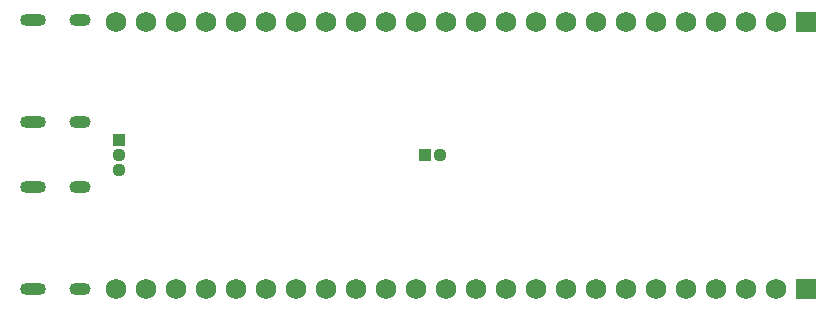
<source format=gbs>
G04*
G04 #@! TF.GenerationSoftware,Altium Limited,Altium Designer,25.8.1 (18)*
G04*
G04 Layer_Color=16711935*
%FSLAX25Y25*%
%MOIN*%
G70*
G04*
G04 #@! TF.SameCoordinates,67B45281-70B3-422D-B4EF-D01C400089C5*
G04*
G04*
G04 #@! TF.FilePolarity,Negative*
G04*
G01*
G75*
%ADD51R,0.06800X0.06800*%
%ADD52C,0.06800*%
G04:AMPARAMS|DCode=53|XSize=39.37mil|YSize=70.87mil|CornerRadius=19.68mil|HoleSize=0mil|Usage=FLASHONLY|Rotation=270.000|XOffset=0mil|YOffset=0mil|HoleType=Round|Shape=RoundedRectangle|*
%AMROUNDEDRECTD53*
21,1,0.03937,0.03150,0,0,270.0*
21,1,0.00000,0.07087,0,0,270.0*
1,1,0.03937,-0.01575,0.00000*
1,1,0.03937,-0.01575,0.00000*
1,1,0.03937,0.01575,0.00000*
1,1,0.03937,0.01575,0.00000*
%
%ADD53ROUNDEDRECTD53*%
G04:AMPARAMS|DCode=54|XSize=39.37mil|YSize=86.61mil|CornerRadius=19.68mil|HoleSize=0mil|Usage=FLASHONLY|Rotation=270.000|XOffset=0mil|YOffset=0mil|HoleType=Round|Shape=RoundedRectangle|*
%AMROUNDEDRECTD54*
21,1,0.03937,0.04724,0,0,270.0*
21,1,0.00000,0.08661,0,0,270.0*
1,1,0.03937,-0.02362,0.00000*
1,1,0.03937,-0.02362,0.00000*
1,1,0.03937,0.02362,0.00000*
1,1,0.03937,0.02362,0.00000*
%
%ADD54ROUNDEDRECTD54*%
%ADD55C,0.04400*%
%ADD56R,0.04400X0.04400*%
%ADD57R,0.04400X0.04400*%
D51*
X264500Y94500D02*
D03*
Y5500D02*
D03*
D52*
X254500D02*
D03*
X44500Y94500D02*
D03*
X34500Y5500D02*
D03*
X64500D02*
D03*
X74500D02*
D03*
X234500Y94500D02*
D03*
X204500D02*
D03*
X134500D02*
D03*
X194500Y5500D02*
D03*
X104500D02*
D03*
X64500Y94500D02*
D03*
X164500D02*
D03*
Y5500D02*
D03*
X134500D02*
D03*
X54500D02*
D03*
X194500Y94500D02*
D03*
X94500D02*
D03*
X224500Y5500D02*
D03*
X114500D02*
D03*
X244500D02*
D03*
X224500Y94500D02*
D03*
X154500D02*
D03*
X124500D02*
D03*
X174500Y5500D02*
D03*
X84500D02*
D03*
X254500Y94500D02*
D03*
X184500D02*
D03*
X84500D02*
D03*
X234500Y5500D02*
D03*
X144500D02*
D03*
X214500Y94500D02*
D03*
X114500D02*
D03*
X214500Y5500D02*
D03*
X184500D02*
D03*
X144500Y94500D02*
D03*
X74500D02*
D03*
X154500Y5500D02*
D03*
X94500D02*
D03*
X174500Y94500D02*
D03*
X104500D02*
D03*
X204500Y5500D02*
D03*
X124500D02*
D03*
X44500D02*
D03*
X54500Y94500D02*
D03*
X244500D02*
D03*
X34500D02*
D03*
D53*
X22521Y95008D02*
D03*
Y60992D02*
D03*
Y39508D02*
D03*
Y5492D02*
D03*
D54*
X6772Y95008D02*
D03*
Y60992D02*
D03*
Y39508D02*
D03*
Y5492D02*
D03*
D55*
X142500Y50000D02*
D03*
X35500Y45000D02*
D03*
Y50000D02*
D03*
D56*
X137500D02*
D03*
D57*
X35500Y55000D02*
D03*
M02*

</source>
